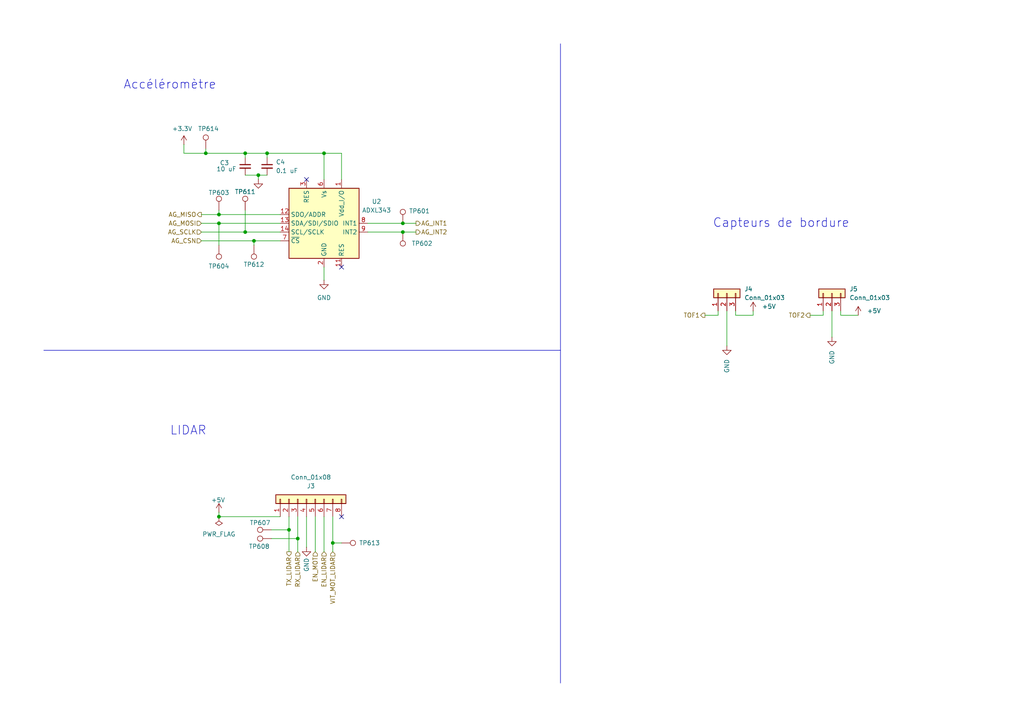
<source format=kicad_sch>
(kicad_sch (version 20231120) (generator "eeschema") (generator_version "8.0")
  (paper "A4")
  (lib_symbols
    (symbol "Connector:TestPoint" (pin_numbers hide) (pin_names (offset 0.762) hide)
      (property "Reference" "TP" (at 0 6.858 0))
      (property "Value" "TestPoint" (at 0 5.08 0))
      (symbol "TestPoint_0_1"
        (circle (center 0 3.302) (radius 0.762))
      )
      (symbol "TestPoint_1_1"
        (pin passive line (at 0 0 90) (length 2.54) (name "1") (number "1"))
      )
    )
    (symbol "Connector_Generic:Conn_01x03" (pin_names (offset 1.016) hide)
      (property "Reference" "J" (at 0 5.08 0))
      (property "Value" "Conn_01x03" (at 0 -5.08 0))
      (symbol "Conn_01x03_1_1"
        (rectangle (start -1.27 -2.413) (end 0 -2.667) (stroke (width 0.1524)))
        (rectangle (start -1.27 0.127) (end 0 -0.127) (stroke (width 0.1524)))
        (rectangle (start -1.27 2.667) (end 0 2.413) (stroke (width 0.1524)))
        (rectangle (start -1.27 3.81) (end 1.27 -3.81) (stroke (width 0.254)) (fill (type background)))
        (pin passive line (at -5.08 2.54 0) (length 3.81) (name "Pin_1") (number "1"))
        (pin passive line (at -5.08 0 0) (length 3.81) (name "Pin_2") (number "2"))
        (pin passive line (at -5.08 -2.54 0) (length 3.81) (name "Pin_3") (number "3"))
      )
    )
    (symbol "Connector_Generic:Conn_01x08" (pin_names (offset 1.016) hide)
      (property "Reference" "J" (at 0 10.16 0))
      (property "Value" "Conn_01x08" (at 0 -12.7 0))
      (symbol "Conn_01x08_1_1"
        (rectangle (start -1.27 -10.033) (end 0 -10.287) (stroke (width 0.1524)))
        (rectangle (start -1.27 -7.493) (end 0 -7.747) (stroke (width 0.1524)))
        (rectangle (start -1.27 -4.953) (end 0 -5.207) (stroke (width 0.1524)))
        (rectangle (start -1.27 -2.413) (end 0 -2.667) (stroke (width 0.1524)))
        (rectangle (start -1.27 0.127) (end 0 -0.127) (stroke (width 0.1524)))
        (rectangle (start -1.27 2.667) (end 0 2.413) (stroke (width 0.1524)))
        (rectangle (start -1.27 5.207) (end 0 4.953) (stroke (width 0.1524)))
        (rectangle (start -1.27 7.747) (end 0 7.493) (stroke (width 0.1524)))
        (rectangle (start -1.27 8.89) (end 1.27 -11.43) (stroke (width 0.254)) (fill (type background)))
        (pin passive line (at -5.08 7.62 0) (length 3.81) (name "Pin_1") (number "1"))
        (pin passive line (at -5.08 5.08 0) (length 3.81) (name "Pin_2") (number "2"))
        (pin passive line (at -5.08 2.54 0) (length 3.81) (name "Pin_3") (number "3"))
        (pin passive line (at -5.08 0 0) (length 3.81) (name "Pin_4") (number "4"))
        (pin passive line (at -5.08 -2.54 0) (length 3.81) (name "Pin_5") (number "5"))
        (pin passive line (at -5.08 -5.08 0) (length 3.81) (name "Pin_6") (number "6"))
        (pin passive line (at -5.08 -7.62 0) (length 3.81) (name "Pin_7") (number "7"))
        (pin passive line (at -5.08 -10.16 0) (length 3.81) (name "Pin_8") (number "8"))
      )
    )
    (symbol "Device:C_Small" (pin_numbers hide) (pin_names (offset 0.254) hide)
      (property "Reference" "C" (at 0.254 1.778 0))
      (property "Value" "C_Small" (at 0.254 -2.032 0))
      (symbol "C_Small_0_1"
        (polyline (pts (xy -1.524 -0.508) (xy 1.524 -0.508)) (stroke (width 0.3302)))
        (polyline (pts (xy -1.524 0.508) (xy 1.524 0.508)) (stroke (width 0.3048)))
      )
      (symbol "C_Small_1_1"
        (pin passive line (at 0 2.54 270) (length 2.032) (name "~") (number "1"))
        (pin passive line (at 0 -2.54 90) (length 2.032) (name "~") (number "2"))
      )
    )
    (symbol "Sensor_Motion:ADXL343"
      (property "Reference" "U" (at -8.89 11.43 0))
      (property "Value" "ADXL343" (at -7.62 -11.43 0))
      (symbol "ADXL343_0_1"
        (rectangle (start -10.16 10.16) (end 10.16 -10.16) (stroke (width 0.254)) (fill (type background)))
      )
      (symbol "ADXL343_1_1"
        (pin power_in line (at 5.08 12.7 270) (length 2.54) (name "Vdd_I/O") (number "1"))
        (pin no_connect line (at -5.08 -10.16 90) (length 2.54) hide (name "NC") (number "10"))
        (pin passive line (at 5.08 -12.7 90) (length 2.54) (name "RES") (number "11"))
        (pin bidirectional line (at -12.7 2.54 0) (length 2.54) (name "SDO/ADDR") (number "12"))
        (pin bidirectional line (at -12.7 0 0) (length 2.54) (name "SDA/SDI/SDIO") (number "13"))
        (pin input line (at -12.7 -2.54 0) (length 2.54) (name "SCL/SCLK") (number "14"))
        (pin power_in line (at 0 -12.7 90) (length 2.54) (name "GND") (number "2"))
        (pin passive line (at -5.08 12.7 270) (length 2.54) (name "RES") (number "3"))
        (pin passive line (at 0 -12.7 90) (length 2.54) hide (name "GND") (number "4"))
        (pin passive line (at 0 -12.7 90) (length 2.54) hide (name "GND") (number "5"))
        (pin power_in line (at 0 12.7 270) (length 2.54) (name "Vs") (number "6"))
        (pin input line (at -12.7 -5.08 0) (length 2.54) (name "~{CS}") (number "7"))
        (pin output line (at 12.7 0 180) (length 2.54) (name "INT1") (number "8"))
        (pin output line (at 12.7 -2.54 180) (length 2.54) (name "INT2") (number "9"))
      )
    )
    (symbol "power:+3.3V" (power) (pin_numbers hide) (pin_names (offset 0) hide)
      (property "Value" "+3.3V" (at 0 3.556 0))
      (symbol "+3.3V_0_1"
        (polyline (pts (xy -0.762 1.27) (xy 0 2.54)))
        (polyline (pts (xy 0 0) (xy 0 2.54)))
        (polyline (pts (xy 0 2.54) (xy 0.762 1.27)))
      )
      (symbol "+3.3V_1_1"
        (pin power_in line (at 0 0 90) (length 0) (name "~") (number "1"))
      )
    )
    (symbol "power:+5V" (power) (pin_numbers hide) (pin_names (offset 0) hide)
      (property "Value" "+5V" (at 0 3.556 0))
      (symbol "+5V_0_1"
        (polyline (pts (xy -0.762 1.27) (xy 0 2.54)))
        (polyline (pts (xy 0 0) (xy 0 2.54)))
        (polyline (pts (xy 0 2.54) (xy 0.762 1.27)))
      )
      (symbol "+5V_1_1"
        (pin power_in line (at 0 0 90) (length 0) (name "~") (number "1"))
      )
    )
    (symbol "power:GND" (power) (pin_numbers hide) (pin_names (offset 0) hide)
      (property "Value" "GND" (at 0 -3.81 0))
      (symbol "GND_0_1"
        (polyline (pts (xy 0 0) (xy 0 -1.27) (xy 1.27 -1.27) (xy 0 -2.54) (xy -1.27 -1.27) (xy 0 -1.27)))
      )
      (symbol "GND_1_1"
        (pin power_in line (at 0 0 270) (length 0) (name "~") (number "1"))
      )
    )
    (symbol "power:PWR_FLAG" (power) (pin_numbers hide) (pin_names (offset 0) hide)
      (property "Value" "PWR_FLAG" (at 0 3.81 0))
      (symbol "PWR_FLAG_0_0"
        (pin power_out line (at 0 0 90) (length 0) (name "~") (number "1"))
      )
      (symbol "PWR_FLAG_0_1"
        (polyline (pts (xy 0 0) (xy 0 1.27) (xy -1.016 1.905) (xy 0 2.54) (xy 1.016 1.905) (xy 0 1.27)))
      )
    )
  )
  (junction (at 86.36 156.21))
  (junction (at 116.84 67.31))
  (junction (at 71.12 44.45))
  (junction (at 59.69 44.45))
  (junction (at 63.5 64.77))
  (junction (at 73.66 69.85))
  (junction (at 83.82 153.67))
  (junction (at 96.52 157.48))
  (junction (at 93.98 44.45))
  (junction (at 63.5 62.23))
  (junction (at 71.12 67.31))
  (junction (at 116.84 64.77))
  (junction (at 77.47 44.45))
  (junction (at 63.5 149.86))
  (junction (at 74.93 50.8))
  (no_connect (at 88.9 52.07))
  (no_connect (at 99.06 149.86))
  (no_connect (at 99.06 77.47))
  (wire (pts (xy 58.42 69.85) (xy 73.66 69.85)))
  (wire (pts (xy 93.98 44.45) (xy 93.98 52.07)))
  (wire (pts (xy 99.06 52.07) (xy 99.06 44.45)))
  (wire (pts (xy 218.44 91.44) (xy 213.36 91.44)))
  (wire (pts (xy 53.34 41.91) (xy 53.34 44.45)))
  (wire (pts (xy 218.44 90.17) (xy 218.44 91.44)))
  (wire (pts (xy 71.12 45.72) (xy 71.12 44.45)))
  (wire (pts (xy 213.36 91.44) (xy 213.36 90.17)))
  (wire (pts (xy 73.66 71.12) (xy 73.66 69.85)))
  (wire (pts (xy 248.92 91.44) (xy 243.84 91.44)))
  (wire (pts (xy 120.65 67.31) (xy 116.84 67.31)))
  (wire (pts (xy 73.66 69.85) (xy 81.28 69.85)))
  (wire (pts (xy 59.69 44.45) (xy 71.12 44.45)))
  (wire (pts (xy 78.74 156.21) (xy 86.36 156.21)))
  (wire (pts (xy 116.84 64.77) (xy 106.68 64.77)))
  (wire (pts (xy 204.47 91.44) (xy 208.28 91.44)))
  (wire (pts (xy 59.69 43.18) (xy 59.69 44.45)))
  (wire (pts (xy 208.28 91.44) (xy 208.28 90.17)))
  (wire (pts (xy 53.34 44.45) (xy 59.69 44.45)))
  (wire (pts (xy 210.82 100.33) (xy 210.82 90.17)))
  (wire (pts (xy 74.93 50.8) (xy 77.47 50.8)))
  (wire (pts (xy 58.42 62.23) (xy 63.5 62.23)))
  (wire (pts (xy 116.84 67.31) (xy 106.68 67.31)))
  (wire (pts (xy 93.98 77.47) (xy 93.98 81.28)))
  (wire (pts (xy 58.42 67.31) (xy 71.12 67.31)))
  (polyline (pts (xy 162.56 12.7) (xy 162.56 198.12)))
  (wire (pts (xy 63.5 71.12) (xy 63.5 64.77)))
  (wire (pts (xy 234.95 91.44) (xy 238.76 91.44)))
  (wire (pts (xy 88.9 149.86) (xy 88.9 158.75)))
  (wire (pts (xy 86.36 156.21) (xy 86.36 149.86)))
  (wire (pts (xy 93.98 44.45) (xy 77.47 44.45)))
  (wire (pts (xy 238.76 91.44) (xy 238.76 90.17)))
  (wire (pts (xy 63.5 64.77) (xy 81.28 64.77)))
  (wire (pts (xy 96.52 157.48) (xy 96.52 149.86)))
  (wire (pts (xy 83.82 160.02) (xy 83.82 153.67)))
  (wire (pts (xy 99.06 44.45) (xy 93.98 44.45)))
  (wire (pts (xy 241.3 97.79) (xy 241.3 90.17)))
  (wire (pts (xy 74.93 50.8) (xy 74.93 52.07)))
  (wire (pts (xy 58.42 64.77) (xy 63.5 64.77)))
  (wire (pts (xy 243.84 91.44) (xy 243.84 90.17)))
  (wire (pts (xy 83.82 153.67) (xy 83.82 149.86)))
  (wire (pts (xy 78.74 153.67) (xy 83.82 153.67)))
  (wire (pts (xy 93.98 149.86) (xy 93.98 160.02)))
  (wire (pts (xy 63.5 149.86) (xy 81.28 149.86)))
  (wire (pts (xy 91.44 149.86) (xy 91.44 160.02)))
  (wire (pts (xy 63.5 60.96) (xy 63.5 62.23)))
  (wire (pts (xy 99.06 157.48) (xy 96.52 157.48)))
  (wire (pts (xy 71.12 60.96) (xy 71.12 67.31)))
  (wire (pts (xy 86.36 160.02) (xy 86.36 156.21)))
  (wire (pts (xy 63.5 62.23) (xy 81.28 62.23)))
  (wire (pts (xy 71.12 50.8) (xy 74.93 50.8)))
  (wire (pts (xy 63.5 148.59) (xy 63.5 149.86)))
  (wire (pts (xy 71.12 44.45) (xy 77.47 44.45)))
  (wire (pts (xy 96.52 160.02) (xy 96.52 157.48)))
  (wire (pts (xy 71.12 67.31) (xy 81.28 67.31)))
  (polyline (pts (xy 12.7 101.6) (xy 162.56 101.6)))
  (wire (pts (xy 77.47 45.72) (xy 77.47 44.45)))
  (wire (pts (xy 120.65 64.77) (xy 116.84 64.77)))
  (text "LIDAR" (at 54.61 124.968 0) (effects (font (size 2.54 2.54))))
  (text "Capteurs de bordure\n" (at 226.568 64.77 0) (effects (font (size 2.54 2.54))))
  (text "Accéléromètre" (at 49.276 24.638 0) (effects (font (size 2.54 2.54))))
  (hierarchical_label "AG_MOSI" (shape input) (at 58.42 64.77 180))
  (hierarchical_label "TOF2" (shape output) (at 234.95 91.44 180))
  (hierarchical_label "AG_MISO" (shape output) (at 58.42 62.23 180))
  (hierarchical_label "EN_MOT" (shape input) (at 91.44 160.02 270))
  (hierarchical_label "AG_INT1" (shape output) (at 120.65 64.77 0))
  (hierarchical_label "EN_LIDAR" (shape input) (at 93.98 160.02 270))
  (hierarchical_label "AG_SCLK" (shape input) (at 58.42 67.31 180))
  (hierarchical_label "TOF1" (shape output) (at 204.47 91.44 180))
  (hierarchical_label "VIT_MOT_LIDAR" (shape input) (at 96.52 160.02 270))
  (hierarchical_label "TX_LIDAR" (shape output) (at 83.82 160.02 270))
  (hierarchical_label "AG_CSN" (shape input) (at 58.42 69.85 180))
  (hierarchical_label "RX_LIDAR" (shape input) (at 86.36 160.02 270))
  (hierarchical_label "AG_INT2" (shape output) (at 120.65 67.31 0))
  (symbol (lib_id "power:GND") (at 210.82 100.33 0) (unit 1)
    (property "Reference" "#PWR018" (effects (hide yes)))
    (property "Value" "GND" (at 210.8199 104.14 90) (effects (justify right)))
    (property "Description" "Power symbol creates a global label with name \"GND\" , ground" (effects (hide yes)))
  )
  (symbol (lib_id "Connector:TestPoint") (at 63.5 71.12 180) (unit 1)
    (property "Reference" "TP604" (at 60.452 77.216 0) (effects (justify right)))
    (property "Value" "TestPoint" (effects (hide yes)))
    (property "Footprint" "TestPoint:TestPoint_Pad_D1.0mm" (effects (hide yes)))
    (property "Description" "test point" (effects (hide yes)))
  )
  (symbol (lib_id "Device:C_Small") (at 77.47 48.26 0) (unit 1)
    (property "Reference" "C4" (at 80.01 46.9962 0) (effects (justify left)))
    (property "Value" "0.1 uF" (at 80.01 49.5362 0) (effects (justify left)))
    (property "Footprint" "Capacitor_SMD:C_0402_1005Metric" (effects (hide yes)))
    (property "Description" "Unpolarized capacitor, small symbol" (effects (hide yes)))
  )
  (symbol (lib_id "Connector:TestPoint") (at 73.66 71.12 180) (unit 1)
    (property "Reference" "TP612" (at 76.708 76.708 0) (effects (justify left)))
    (property "Value" "TestPoint" (effects (hide yes)))
    (property "Footprint" "TestPoint:TestPoint_Pad_D1.0mm" (effects (hide yes)))
    (property "Description" "test point" (effects (hide yes)))
  )
  (symbol (lib_id "power:PWR_FLAG") (at 63.5 149.86 180) (unit 1)
    (property "Reference" "#FLG0601" (effects (hide yes)))
    (property "Value" "PWR_FLAG" (at 63.5 154.94 0))
    (property "Description" "Special symbol for telling ERC where power comes from" (effects (hide yes)))
  )
  (symbol (lib_id "Device:C_Small") (at 71.12 48.26 0) (unit 1)
    (property "Reference" "C3" (at 63.754 47.244 0) (effects (justify left)))
    (property "Value" "10 uF" (at 62.738 49.022 0) (effects (justify left)))
    (property "Footprint" "Capacitor_SMD:C_0603_1608Metric" (effects (hide yes)))
    (property "Description" "Unpolarized capacitor, small symbol" (effects (hide yes)))
  )
  (symbol (lib_id "power:GND") (at 74.93 52.07 0) (unit 1)
    (property "Reference" "#PWR0606" (effects (hide yes)))
    (property "Value" "GND" (effects (hide yes)))
    (property "Description" "Power symbol creates a global label with name \"GND\" , ground" (effects (hide yes)))
  )
  (symbol (lib_id "Connector:TestPoint") (at 63.5 60.96 0) (unit 1)
    (property "Reference" "TP603" (at 60.452 55.88 0) (effects (justify left)))
    (property "Value" "TestPoint" (effects (hide yes)))
    (property "Footprint" "TestPoint:TestPoint_Pad_D1.0mm" (effects (hide yes)))
    (property "Description" "test point" (effects (hide yes)))
  )
  (symbol (lib_id "power:GND") (at 93.98 81.28 0) (unit 1)
    (property "Reference" "#PWR011" (effects (hide yes)))
    (property "Value" "GND" (at 93.98 86.36 0))
    (property "Description" "Power symbol creates a global label with name \"GND\" , ground" (effects (hide yes)))
  )
  (symbol (lib_id "power:+5V") (at 218.44 90.17 0) (unit 1)
    (property "Reference" "#PWR0603" (effects (hide yes)))
    (property "Value" "+5V" (at 220.98 88.8999 0) (effects (justify left)))
    (property "Description" "Power symbol creates a global label with name \"+5V\"" (effects (hide yes)))
  )
  (symbol (lib_id "power:GND") (at 88.9 158.75 0) (unit 1)
    (property "Reference" "#PWR013" (effects (hide yes)))
    (property "Value" "GND" (at 88.9 163.83 90))
    (property "Description" "Power symbol creates a global label with name \"GND\" , ground" (effects (hide yes)))
  )
  (symbol (lib_id "power:+5V") (at 248.92 91.44 0) (unit 1)
    (property "Reference" "#PWR0604" (effects (hide yes)))
    (property "Value" "+5V" (at 251.46 90.1699 0) (effects (justify left)))
    (property "Description" "Power symbol creates a global label with name \"+5V\"" (effects (hide yes)))
  )
  (symbol (lib_id "Connector:TestPoint") (at 99.06 157.48 270) (unit 1)
    (property "Reference" "TP613" (at 104.14 157.4799 90) (effects (justify left)))
    (property "Value" "TestPoint" (effects (hide yes)))
    (property "Footprint" "TestPoint:TestPoint_Pad_D1.0mm" (effects (hide yes)))
    (property "Description" "test point" (effects (hide yes)))
  )
  (symbol (lib_id "Connector:TestPoint") (at 59.69 43.18 0) (unit 1)
    (property "Reference" "TP614" (at 57.404 37.338 0) (effects (justify left)))
    (property "Value" "TestPoint" (effects (hide yes)))
    (property "Footprint" "TestPoint:TestPoint_Pad_D1.0mm" (effects (hide yes)))
    (property "Description" "test point" (effects (hide yes)))
  )
  (symbol (lib_id "Connector:TestPoint") (at 78.74 156.21 90) (unit 1)
    (property "Reference" "TP608" (at 75.184 158.496 90))
    (property "Value" "TestPoint" (effects (hide yes)))
    (property "Footprint" "TestPoint:TestPoint_Pad_D1.0mm" (effects (hide yes)))
    (property "Description" "test point" (effects (hide yes)))
  )
  (symbol (lib_id "Connector_Generic:Conn_01x03") (at 210.82 85.09 90) (unit 1)
    (property "Reference" "J4" (at 215.9 83.8199 90) (effects (justify right)))
    (property "Value" "Conn_01x03" (at 215.9 86.3599 90) (effects (justify right)))
    (property "Footprint" "Connector_JST:JST_XH_S3B-XH-A-1_1x03_P2.50mm_Horizontal" (effects (hide yes)))
    (property "Description" "Generic connector, single row, 01x03, script generated (kicad-library-utils/schlib/autogen/connector/)" (effects (hide yes)))
  )
  (symbol (lib_id "Sensor_Motion:ADXL343") (at 93.98 64.77 0) (unit 1)
    (property "Reference" "U2" (at 109.22 58.4514 0))
    (property "Value" "ADXL343" (at 109.22 60.9914 0))
    (property "Footprint" "Package_LGA:LGA-14_3x5mm_P0.8mm_LayoutBorder1x6y" (effects (hide yes)))
    (property "Datasheet" "https://www.analog.com/media/en/technical-documentation/data-sheets/ADXL343.pdf" (effects (hide yes)))
    (property "Description" "3-Axis MEMS Accelerometer, 2/4/8/16g range, I2C/SPI, LGA-14" (effects (hide yes)))
  )
  (symbol (lib_id "Connector:TestPoint") (at 116.84 67.31 180) (unit 1)
    (property "Reference" "TP602" (at 119.38 70.6119 0) (effects (justify right)))
    (property "Value" "TestPoint" (effects (hide yes)))
    (property "Footprint" "TestPoint:TestPoint_Pad_D1.0mm" (effects (hide yes)))
    (property "Description" "test point" (effects (hide yes)))
  )
  (symbol (lib_id "power:+3.3V") (at 53.34 41.91 0) (unit 1)
    (property "Reference" "#PWR0605" (effects (hide yes)))
    (property "Value" "+3.3V" (at 52.832 37.338 0))
    (property "Description" "Power symbol creates a global label with name \"+3.3V\"" (effects (hide yes)))
  )
  (symbol (lib_id "power:+5V") (at 63.5 148.59 0) (unit 1)
    (property "Reference" "#PWR06" (effects (hide yes)))
    (property "Value" "+5V" (at 61.214 145.034 0) (effects (justify left)))
    (property "Description" "Power symbol creates a global label with name \"+5V\"" (effects (hide yes)))
  )
  (symbol (lib_id "Connector:TestPoint") (at 71.12 60.96 0) (unit 1)
    (property "Reference" "TP611" (at 68.072 55.626 0) (effects (justify left)))
    (property "Value" "TestPoint" (effects (hide yes)))
    (property "Footprint" "TestPoint:TestPoint_Pad_D1.0mm" (effects (hide yes)))
    (property "Description" "test point" (effects (hide yes)))
  )
  (symbol (lib_id "Connector_Generic:Conn_01x08") (at 88.9 144.78 90) (unit 1)
    (property "Reference" "J3" (at 90.17 140.97 90))
    (property "Value" "Conn_01x08" (at 90.17 138.43 90))
    (property "Footprint" "Connector_JST:JST_XH_S8B-XH-A-1_1x08_P2.50mm_Horizontal" (effects (hide yes)))
    (property "Description" "Generic connector, single row, 01x08, script generated (kicad-library-utils/schlib/autogen/connector/)" (effects (hide yes)))
  )
  (symbol (lib_id "Connector:TestPoint") (at 116.84 64.77 0) (unit 1)
    (property "Reference" "TP601" (at 118.618 61.214 0) (effects (justify left)))
    (property "Value" "TestPoint" (effects (hide yes)))
    (property "Footprint" "TestPoint:TestPoint_Pad_D1.0mm" (effects (hide yes)))
    (property "Description" "test point" (effects (hide yes)))
  )
  (symbol (lib_id "Connector:TestPoint") (at 78.74 153.67 90) (unit 1)
    (property "Reference" "TP607" (at 75.438 151.638 90))
    (property "Value" "TestPoint" (effects (hide yes)))
    (property "Footprint" "TestPoint:TestPoint_Pad_D1.0mm" (effects (hide yes)))
    (property "Description" "test point" (effects (hide yes)))
  )
  (symbol (lib_id "power:GND") (at 241.3 97.79 0) (unit 1)
    (property "Reference" "#PWR024" (effects (hide yes)))
    (property "Value" "GND" (at 241.2999 101.6 90) (effects (justify right)))
    (property "Description" "Power symbol creates a global label with name \"GND\" , ground" (effects (hide yes)))
  )
  (symbol (lib_id "Connector_Generic:Conn_01x03") (at 241.3 85.09 90) (unit 1)
    (property "Reference" "J5" (at 246.38 83.8199 90) (effects (justify right)))
    (property "Value" "Conn_01x03" (at 246.38 86.3599 90) (effects (justify right)))
    (property "Footprint" "Connector_JST:JST_XH_S3B-XH-A-1_1x03_P2.50mm_Horizontal" (effects (hide yes)))
    (property "Description" "Generic connector, single row, 01x03, script generated (kicad-library-utils/schlib/autogen/connector/)" (effects (hide yes)))
  )
)
</source>
